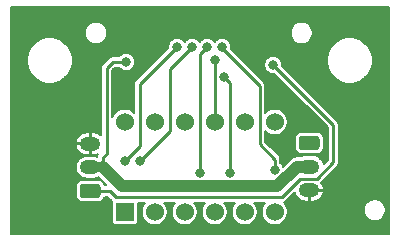
<source format=gtl>
G04 #@! TF.GenerationSoftware,KiCad,Pcbnew,(5.1.6)-1*
G04 #@! TF.CreationDate,2021-03-27T23:13:27-04:00*
G04 #@! TF.ProjectId,tm3130-2481bs,746d3331-3330-42d3-9234-383162732e6b,rev?*
G04 #@! TF.SameCoordinates,Original*
G04 #@! TF.FileFunction,Copper,L1,Top*
G04 #@! TF.FilePolarity,Positive*
%FSLAX46Y46*%
G04 Gerber Fmt 4.6, Leading zero omitted, Abs format (unit mm)*
G04 Created by KiCad (PCBNEW (5.1.6)-1) date 2021-03-27 23:13:27*
%MOMM*%
%LPD*%
G01*
G04 APERTURE LIST*
G04 #@! TA.AperFunction,ComponentPad*
%ADD10R,1.524000X1.524000*%
G04 #@! TD*
G04 #@! TA.AperFunction,ComponentPad*
%ADD11C,1.524000*%
G04 #@! TD*
G04 #@! TA.AperFunction,ComponentPad*
%ADD12O,1.750000X1.200000*%
G04 #@! TD*
G04 #@! TA.AperFunction,ViaPad*
%ADD13C,0.800000*%
G04 #@! TD*
G04 #@! TA.AperFunction,Conductor*
%ADD14C,0.250000*%
G04 #@! TD*
G04 #@! TA.AperFunction,Conductor*
%ADD15C,1.000000*%
G04 #@! TD*
G04 #@! TA.AperFunction,Conductor*
%ADD16C,0.203200*%
G04 #@! TD*
G04 APERTURE END LIST*
D10*
X129032000Y-57150000D03*
D11*
X131572000Y-57150000D03*
X134112000Y-57150000D03*
X136652000Y-57150000D03*
X139192000Y-57150000D03*
X141732000Y-57150000D03*
X141732000Y-49530000D03*
X139192000Y-49530000D03*
X136652000Y-49530000D03*
X134112000Y-49530000D03*
X131572000Y-49530000D03*
X129032000Y-49530000D03*
G04 #@! TA.AperFunction,ComponentPad*
G36*
G01*
X126736001Y-55972000D02*
X125485999Y-55972000D01*
G75*
G02*
X125236000Y-55722001I0J249999D01*
G01*
X125236000Y-55021999D01*
G75*
G02*
X125485999Y-54772000I249999J0D01*
G01*
X126736001Y-54772000D01*
G75*
G02*
X126986000Y-55021999I0J-249999D01*
G01*
X126986000Y-55722001D01*
G75*
G02*
X126736001Y-55972000I-249999J0D01*
G01*
G37*
G04 #@! TD.AperFunction*
D12*
X126111000Y-53372000D03*
X126111000Y-51372000D03*
X144653000Y-55308000D03*
X144653000Y-53308000D03*
G04 #@! TA.AperFunction,ComponentPad*
G36*
G01*
X144027999Y-50708000D02*
X145278001Y-50708000D01*
G75*
G02*
X145528000Y-50957999I0J-249999D01*
G01*
X145528000Y-51658001D01*
G75*
G02*
X145278001Y-51908000I-249999J0D01*
G01*
X144027999Y-51908000D01*
G75*
G02*
X143778000Y-51658001I0J249999D01*
G01*
X143778000Y-50957999D01*
G75*
G02*
X144027999Y-50708000I249999J0D01*
G01*
G37*
G04 #@! TD.AperFunction*
D13*
X129159000Y-44450000D03*
X136652000Y-44323000D03*
X141605000Y-44704000D03*
X130302000Y-52832000D03*
X134747000Y-43180000D03*
X137287000Y-43180000D03*
X141736653Y-53589347D03*
X129032000Y-52832000D03*
X133477000Y-43180000D03*
X137414000Y-45720000D03*
X137922000Y-53890990D03*
X136017000Y-43180000D03*
X135382000Y-53890990D03*
D14*
X126111000Y-53372000D02*
X127159000Y-53372000D01*
X127159000Y-52546000D02*
X127159000Y-53372000D01*
X127508000Y-52197000D02*
X127159000Y-52546000D01*
X127508000Y-44958000D02*
X127508000Y-52197000D01*
X128016000Y-44450000D02*
X127508000Y-44958000D01*
X129159000Y-44450000D02*
X128016000Y-44450000D01*
D15*
X128778000Y-54991000D02*
X127159000Y-53372000D01*
X141963002Y-54991000D02*
X128778000Y-54991000D01*
X143646002Y-53308000D02*
X141963002Y-54991000D01*
X144653000Y-53308000D02*
X143646002Y-53308000D01*
D14*
X136652000Y-49530000D02*
X136652000Y-44323000D01*
X126111000Y-55372000D02*
X127762000Y-55372000D01*
X127762000Y-55372000D02*
X128270000Y-55880000D01*
X128270000Y-55880000D02*
X138049000Y-55880000D01*
X138049000Y-55880000D02*
X141859000Y-55880000D01*
X141859000Y-55880000D02*
X142367000Y-55880000D01*
X142367000Y-55880000D02*
X143891000Y-54356000D01*
X143891000Y-54356000D02*
X145288000Y-54356000D01*
X145288000Y-54356000D02*
X146685000Y-52959000D01*
X146685000Y-49784000D02*
X141605000Y-44704000D01*
X146685000Y-52959000D02*
X146685000Y-49784000D01*
X130302000Y-52832000D02*
X132842000Y-50292000D01*
X132842000Y-50292000D02*
X132842000Y-49022000D01*
X132842000Y-45085000D02*
X134747000Y-43180000D01*
X132842000Y-49022000D02*
X132842000Y-45085000D01*
X137287000Y-43180000D02*
X137287000Y-43307000D01*
X137287000Y-43307000D02*
X140279001Y-46299001D01*
X140279001Y-46299001D02*
X140462000Y-46482000D01*
X140462000Y-46482000D02*
X140462000Y-51435000D01*
X141736653Y-52709653D02*
X141736653Y-53589347D01*
X140462000Y-51435000D02*
X141736653Y-52709653D01*
X129032000Y-52832000D02*
X130302000Y-51562000D01*
X130302000Y-46355000D02*
X133477000Y-43180000D01*
X130302000Y-51562000D02*
X130302000Y-46355000D01*
X137414000Y-45720000D02*
X137922000Y-46228000D01*
X137922000Y-46228000D02*
X137922000Y-53890990D01*
X135382000Y-50927000D02*
X135382000Y-53890990D01*
X135382000Y-43815000D02*
X135382000Y-50927000D01*
X136017000Y-43180000D02*
X135382000Y-43815000D01*
D16*
G36*
X151384420Y-59019400D02*
G01*
X119379600Y-59019400D01*
X119379600Y-53372000D01*
X124875777Y-53372000D01*
X124894227Y-53559330D01*
X124948870Y-53739461D01*
X125037604Y-53905471D01*
X125157020Y-54050980D01*
X125302529Y-54170396D01*
X125468539Y-54259130D01*
X125648670Y-54313773D01*
X125789061Y-54327600D01*
X126432939Y-54327600D01*
X126573330Y-54313773D01*
X126753461Y-54259130D01*
X126807334Y-54230334D01*
X127468399Y-54891400D01*
X127327975Y-54891400D01*
X127297091Y-54789588D01*
X127240968Y-54684591D01*
X127165440Y-54592560D01*
X127073409Y-54517032D01*
X126968412Y-54460909D01*
X126854483Y-54426349D01*
X126736001Y-54414680D01*
X125485999Y-54414680D01*
X125367517Y-54426349D01*
X125253588Y-54460909D01*
X125148591Y-54517032D01*
X125056560Y-54592560D01*
X124981032Y-54684591D01*
X124924909Y-54789588D01*
X124890349Y-54903517D01*
X124878680Y-55021999D01*
X124878680Y-55722001D01*
X124890349Y-55840483D01*
X124924909Y-55954412D01*
X124981032Y-56059409D01*
X125056560Y-56151440D01*
X125148591Y-56226968D01*
X125253588Y-56283091D01*
X125367517Y-56317651D01*
X125485999Y-56329320D01*
X126736001Y-56329320D01*
X126854483Y-56317651D01*
X126968412Y-56283091D01*
X127073409Y-56226968D01*
X127165440Y-56151440D01*
X127240968Y-56059409D01*
X127297091Y-55954412D01*
X127327975Y-55852600D01*
X127562930Y-55852600D01*
X127913469Y-56203140D01*
X127928520Y-56221480D01*
X127947480Y-56237040D01*
X127939879Y-56251260D01*
X127919546Y-56318290D01*
X127912680Y-56388000D01*
X127912680Y-57912000D01*
X127919546Y-57981710D01*
X127939879Y-58048740D01*
X127972899Y-58110516D01*
X128017337Y-58164663D01*
X128071484Y-58209101D01*
X128133260Y-58242121D01*
X128200290Y-58262454D01*
X128270000Y-58269320D01*
X129794000Y-58269320D01*
X129863710Y-58262454D01*
X129930740Y-58242121D01*
X129992516Y-58209101D01*
X130046663Y-58164663D01*
X130091101Y-58110516D01*
X130124121Y-58048740D01*
X130144454Y-57981710D01*
X130151320Y-57912000D01*
X130151320Y-56388000D01*
X130148621Y-56360600D01*
X130780874Y-56360600D01*
X130703903Y-56437571D01*
X130581595Y-56620618D01*
X130497348Y-56824008D01*
X130454400Y-57039926D01*
X130454400Y-57260074D01*
X130497348Y-57475992D01*
X130581595Y-57679382D01*
X130703903Y-57862429D01*
X130859571Y-58018097D01*
X131042618Y-58140405D01*
X131246008Y-58224652D01*
X131461926Y-58267600D01*
X131682074Y-58267600D01*
X131897992Y-58224652D01*
X132101382Y-58140405D01*
X132284429Y-58018097D01*
X132440097Y-57862429D01*
X132562405Y-57679382D01*
X132646652Y-57475992D01*
X132689600Y-57260074D01*
X132689600Y-57039926D01*
X132646652Y-56824008D01*
X132562405Y-56620618D01*
X132440097Y-56437571D01*
X132363126Y-56360600D01*
X133320874Y-56360600D01*
X133243903Y-56437571D01*
X133121595Y-56620618D01*
X133037348Y-56824008D01*
X132994400Y-57039926D01*
X132994400Y-57260074D01*
X133037348Y-57475992D01*
X133121595Y-57679382D01*
X133243903Y-57862429D01*
X133399571Y-58018097D01*
X133582618Y-58140405D01*
X133786008Y-58224652D01*
X134001926Y-58267600D01*
X134222074Y-58267600D01*
X134437992Y-58224652D01*
X134641382Y-58140405D01*
X134824429Y-58018097D01*
X134980097Y-57862429D01*
X135102405Y-57679382D01*
X135186652Y-57475992D01*
X135229600Y-57260074D01*
X135229600Y-57039926D01*
X135186652Y-56824008D01*
X135102405Y-56620618D01*
X134980097Y-56437571D01*
X134903126Y-56360600D01*
X135860874Y-56360600D01*
X135783903Y-56437571D01*
X135661595Y-56620618D01*
X135577348Y-56824008D01*
X135534400Y-57039926D01*
X135534400Y-57260074D01*
X135577348Y-57475992D01*
X135661595Y-57679382D01*
X135783903Y-57862429D01*
X135939571Y-58018097D01*
X136122618Y-58140405D01*
X136326008Y-58224652D01*
X136541926Y-58267600D01*
X136762074Y-58267600D01*
X136977992Y-58224652D01*
X137181382Y-58140405D01*
X137364429Y-58018097D01*
X137520097Y-57862429D01*
X137642405Y-57679382D01*
X137726652Y-57475992D01*
X137769600Y-57260074D01*
X137769600Y-57039926D01*
X137726652Y-56824008D01*
X137642405Y-56620618D01*
X137520097Y-56437571D01*
X137443126Y-56360600D01*
X138400874Y-56360600D01*
X138323903Y-56437571D01*
X138201595Y-56620618D01*
X138117348Y-56824008D01*
X138074400Y-57039926D01*
X138074400Y-57260074D01*
X138117348Y-57475992D01*
X138201595Y-57679382D01*
X138323903Y-57862429D01*
X138479571Y-58018097D01*
X138662618Y-58140405D01*
X138866008Y-58224652D01*
X139081926Y-58267600D01*
X139302074Y-58267600D01*
X139517992Y-58224652D01*
X139721382Y-58140405D01*
X139904429Y-58018097D01*
X140060097Y-57862429D01*
X140182405Y-57679382D01*
X140266652Y-57475992D01*
X140309600Y-57260074D01*
X140309600Y-57039926D01*
X140266652Y-56824008D01*
X140182405Y-56620618D01*
X140060097Y-56437571D01*
X139983126Y-56360600D01*
X140940874Y-56360600D01*
X140863903Y-56437571D01*
X140741595Y-56620618D01*
X140657348Y-56824008D01*
X140614400Y-57039926D01*
X140614400Y-57260074D01*
X140657348Y-57475992D01*
X140741595Y-57679382D01*
X140863903Y-57862429D01*
X141019571Y-58018097D01*
X141202618Y-58140405D01*
X141406008Y-58224652D01*
X141621926Y-58267600D01*
X141842074Y-58267600D01*
X142057992Y-58224652D01*
X142261382Y-58140405D01*
X142444429Y-58018097D01*
X142600097Y-57862429D01*
X142722405Y-57679382D01*
X142806652Y-57475992D01*
X142849600Y-57260074D01*
X142849600Y-57039926D01*
X142823408Y-56908245D01*
X149268400Y-56908245D01*
X149268400Y-57091755D01*
X149304200Y-57271738D01*
X149374426Y-57441278D01*
X149476379Y-57593861D01*
X149606139Y-57723621D01*
X149758722Y-57825574D01*
X149928262Y-57895800D01*
X150108245Y-57931600D01*
X150291755Y-57931600D01*
X150471738Y-57895800D01*
X150641278Y-57825574D01*
X150793861Y-57723621D01*
X150923621Y-57593861D01*
X151025574Y-57441278D01*
X151095800Y-57271738D01*
X151131600Y-57091755D01*
X151131600Y-56908245D01*
X151095800Y-56728262D01*
X151025574Y-56558722D01*
X150923621Y-56406139D01*
X150793861Y-56276379D01*
X150641278Y-56174426D01*
X150471738Y-56104200D01*
X150291755Y-56068400D01*
X150108245Y-56068400D01*
X149928262Y-56104200D01*
X149758722Y-56174426D01*
X149606139Y-56276379D01*
X149476379Y-56406139D01*
X149374426Y-56558722D01*
X149304200Y-56728262D01*
X149268400Y-56908245D01*
X142823408Y-56908245D01*
X142806652Y-56824008D01*
X142722405Y-56620618D01*
X142600097Y-56437571D01*
X142503381Y-56340855D01*
X142551807Y-56326165D01*
X142635299Y-56281537D01*
X142708480Y-56221480D01*
X142723535Y-56203135D01*
X143439713Y-55486957D01*
X143485420Y-55650226D01*
X143569336Y-55817784D01*
X143684328Y-55965751D01*
X143825978Y-56088441D01*
X143988841Y-56181139D01*
X144166660Y-56240283D01*
X144352600Y-56263600D01*
X144627600Y-56263600D01*
X144627600Y-55333400D01*
X144678400Y-55333400D01*
X144678400Y-56263600D01*
X144953400Y-56263600D01*
X145139340Y-56240283D01*
X145317159Y-56181139D01*
X145480022Y-56088441D01*
X145621672Y-55965751D01*
X145736664Y-55817784D01*
X145820580Y-55650226D01*
X145867528Y-55482523D01*
X145794328Y-55333400D01*
X144678400Y-55333400D01*
X144627600Y-55333400D01*
X144607600Y-55333400D01*
X144607600Y-55282600D01*
X144627600Y-55282600D01*
X144627600Y-55262600D01*
X144678400Y-55262600D01*
X144678400Y-55282600D01*
X145794328Y-55282600D01*
X145867528Y-55133477D01*
X145820580Y-54965774D01*
X145736664Y-54798216D01*
X145644322Y-54679394D01*
X145644535Y-54679135D01*
X147008140Y-53315531D01*
X147026480Y-53300480D01*
X147081418Y-53233537D01*
X147086537Y-53227300D01*
X147131164Y-53143809D01*
X147131165Y-53143806D01*
X147158646Y-53053214D01*
X147165600Y-52982607D01*
X147165600Y-52982605D01*
X147167925Y-52959001D01*
X147165600Y-52935397D01*
X147165600Y-49807604D01*
X147167925Y-49784000D01*
X147161110Y-49714807D01*
X147158646Y-49689786D01*
X147131165Y-49599193D01*
X147086537Y-49515701D01*
X147026480Y-49442520D01*
X147008140Y-49427469D01*
X142360349Y-44779679D01*
X142360600Y-44778420D01*
X142360600Y-44629580D01*
X142331563Y-44483600D01*
X142274604Y-44346089D01*
X142191913Y-44222333D01*
X142099970Y-44130390D01*
X146126400Y-44130390D01*
X146126400Y-44515610D01*
X146201553Y-44893427D01*
X146348970Y-45249324D01*
X146562987Y-45569622D01*
X146835378Y-45842013D01*
X147155676Y-46056030D01*
X147511573Y-46203447D01*
X147889390Y-46278600D01*
X148274610Y-46278600D01*
X148652427Y-46203447D01*
X149008324Y-46056030D01*
X149328622Y-45842013D01*
X149601013Y-45569622D01*
X149815030Y-45249324D01*
X149962447Y-44893427D01*
X150037600Y-44515610D01*
X150037600Y-44130390D01*
X149962447Y-43752573D01*
X149815030Y-43396676D01*
X149601013Y-43076378D01*
X149328622Y-42803987D01*
X149008324Y-42589970D01*
X148652427Y-42442553D01*
X148274610Y-42367400D01*
X147889390Y-42367400D01*
X147511573Y-42442553D01*
X147155676Y-42589970D01*
X146835378Y-42803987D01*
X146562987Y-43076378D01*
X146348970Y-43396676D01*
X146201553Y-43752573D01*
X146126400Y-44130390D01*
X142099970Y-44130390D01*
X142086667Y-44117087D01*
X141962911Y-44034396D01*
X141825400Y-43977437D01*
X141679420Y-43948400D01*
X141530580Y-43948400D01*
X141384600Y-43977437D01*
X141247089Y-44034396D01*
X141123333Y-44117087D01*
X141018087Y-44222333D01*
X140935396Y-44346089D01*
X140878437Y-44483600D01*
X140849400Y-44629580D01*
X140849400Y-44778420D01*
X140878437Y-44924400D01*
X140935396Y-45061911D01*
X141018087Y-45185667D01*
X141123333Y-45290913D01*
X141247089Y-45373604D01*
X141384600Y-45430563D01*
X141530580Y-45459600D01*
X141679420Y-45459600D01*
X141680679Y-45459349D01*
X146204401Y-49983072D01*
X146204400Y-52759929D01*
X145863695Y-53100634D01*
X145815130Y-52940539D01*
X145726396Y-52774529D01*
X145606980Y-52629020D01*
X145461471Y-52509604D01*
X145295461Y-52420870D01*
X145115330Y-52366227D01*
X144974939Y-52352400D01*
X144331061Y-52352400D01*
X144190670Y-52366227D01*
X144010539Y-52420870D01*
X143951550Y-52452400D01*
X143688014Y-52452400D01*
X143646001Y-52448262D01*
X143603988Y-52452400D01*
X143603979Y-52452400D01*
X143478275Y-52464781D01*
X143316994Y-52513705D01*
X143168357Y-52593153D01*
X143168355Y-52593154D01*
X143168356Y-52593154D01*
X143070715Y-52673285D01*
X143070710Y-52673290D01*
X143038075Y-52700073D01*
X143011292Y-52732708D01*
X142437394Y-53306607D01*
X142406257Y-53231436D01*
X142323566Y-53107680D01*
X142218320Y-53002434D01*
X142217253Y-53001721D01*
X142217253Y-52733257D01*
X142219578Y-52709653D01*
X142213426Y-52647192D01*
X142210299Y-52615439D01*
X142182818Y-52524846D01*
X142138190Y-52441354D01*
X142078133Y-52368173D01*
X142059793Y-52353122D01*
X140942600Y-51235930D01*
X140942600Y-50957999D01*
X143420680Y-50957999D01*
X143420680Y-51658001D01*
X143432349Y-51776483D01*
X143466909Y-51890412D01*
X143523032Y-51995409D01*
X143598560Y-52087440D01*
X143690591Y-52162968D01*
X143795588Y-52219091D01*
X143909517Y-52253651D01*
X144027999Y-52265320D01*
X145278001Y-52265320D01*
X145396483Y-52253651D01*
X145510412Y-52219091D01*
X145615409Y-52162968D01*
X145707440Y-52087440D01*
X145782968Y-51995409D01*
X145839091Y-51890412D01*
X145873651Y-51776483D01*
X145885320Y-51658001D01*
X145885320Y-50957999D01*
X145873651Y-50839517D01*
X145839091Y-50725588D01*
X145782968Y-50620591D01*
X145707440Y-50528560D01*
X145615409Y-50453032D01*
X145510412Y-50396909D01*
X145396483Y-50362349D01*
X145278001Y-50350680D01*
X144027999Y-50350680D01*
X143909517Y-50362349D01*
X143795588Y-50396909D01*
X143690591Y-50453032D01*
X143598560Y-50528560D01*
X143523032Y-50620591D01*
X143466909Y-50725588D01*
X143432349Y-50839517D01*
X143420680Y-50957999D01*
X140942600Y-50957999D01*
X140942600Y-50321126D01*
X141019571Y-50398097D01*
X141202618Y-50520405D01*
X141406008Y-50604652D01*
X141621926Y-50647600D01*
X141842074Y-50647600D01*
X142057992Y-50604652D01*
X142261382Y-50520405D01*
X142444429Y-50398097D01*
X142600097Y-50242429D01*
X142722405Y-50059382D01*
X142806652Y-49855992D01*
X142849600Y-49640074D01*
X142849600Y-49419926D01*
X142806652Y-49204008D01*
X142722405Y-49000618D01*
X142600097Y-48817571D01*
X142444429Y-48661903D01*
X142261382Y-48539595D01*
X142057992Y-48455348D01*
X141842074Y-48412400D01*
X141621926Y-48412400D01*
X141406008Y-48455348D01*
X141202618Y-48539595D01*
X141019571Y-48661903D01*
X140942600Y-48738874D01*
X140942600Y-46505604D01*
X140944925Y-46482000D01*
X140941696Y-46449213D01*
X140935646Y-46387786D01*
X140908165Y-46297193D01*
X140863537Y-46213701D01*
X140803480Y-46140520D01*
X140785135Y-46125465D01*
X140635533Y-45975863D01*
X140635528Y-45975857D01*
X138021279Y-43361609D01*
X138042600Y-43254420D01*
X138042600Y-43105580D01*
X138013563Y-42959600D01*
X137956604Y-42822089D01*
X137873913Y-42698333D01*
X137768667Y-42593087D01*
X137644911Y-42510396D01*
X137507400Y-42453437D01*
X137361420Y-42424400D01*
X137212580Y-42424400D01*
X137066600Y-42453437D01*
X136929089Y-42510396D01*
X136805333Y-42593087D01*
X136700087Y-42698333D01*
X136652000Y-42770300D01*
X136603913Y-42698333D01*
X136498667Y-42593087D01*
X136374911Y-42510396D01*
X136237400Y-42453437D01*
X136091420Y-42424400D01*
X135942580Y-42424400D01*
X135796600Y-42453437D01*
X135659089Y-42510396D01*
X135535333Y-42593087D01*
X135430087Y-42698333D01*
X135382000Y-42770300D01*
X135333913Y-42698333D01*
X135228667Y-42593087D01*
X135104911Y-42510396D01*
X134967400Y-42453437D01*
X134821420Y-42424400D01*
X134672580Y-42424400D01*
X134526600Y-42453437D01*
X134389089Y-42510396D01*
X134265333Y-42593087D01*
X134160087Y-42698333D01*
X134112000Y-42770300D01*
X134063913Y-42698333D01*
X133958667Y-42593087D01*
X133834911Y-42510396D01*
X133697400Y-42453437D01*
X133551420Y-42424400D01*
X133402580Y-42424400D01*
X133256600Y-42453437D01*
X133119089Y-42510396D01*
X132995333Y-42593087D01*
X132890087Y-42698333D01*
X132807396Y-42822089D01*
X132750437Y-42959600D01*
X132721400Y-43105580D01*
X132721400Y-43254420D01*
X132721650Y-43255679D01*
X129978861Y-45998469D01*
X129960521Y-46013520D01*
X129936169Y-46043194D01*
X129900463Y-46086702D01*
X129855836Y-46170192D01*
X129828355Y-46260787D01*
X129819075Y-46355000D01*
X129821401Y-46378614D01*
X129821401Y-48738875D01*
X129744429Y-48661903D01*
X129561382Y-48539595D01*
X129357992Y-48455348D01*
X129142074Y-48412400D01*
X128921926Y-48412400D01*
X128706008Y-48455348D01*
X128502618Y-48539595D01*
X128319571Y-48661903D01*
X128163903Y-48817571D01*
X128041595Y-49000618D01*
X127988600Y-49128559D01*
X127988600Y-45157070D01*
X128215071Y-44930600D01*
X128571374Y-44930600D01*
X128572087Y-44931667D01*
X128677333Y-45036913D01*
X128801089Y-45119604D01*
X128938600Y-45176563D01*
X129084580Y-45205600D01*
X129233420Y-45205600D01*
X129379400Y-45176563D01*
X129516911Y-45119604D01*
X129640667Y-45036913D01*
X129745913Y-44931667D01*
X129828604Y-44807911D01*
X129885563Y-44670400D01*
X129914600Y-44524420D01*
X129914600Y-44375580D01*
X129885563Y-44229600D01*
X129828604Y-44092089D01*
X129745913Y-43968333D01*
X129640667Y-43863087D01*
X129516911Y-43780396D01*
X129379400Y-43723437D01*
X129233420Y-43694400D01*
X129084580Y-43694400D01*
X128938600Y-43723437D01*
X128801089Y-43780396D01*
X128677333Y-43863087D01*
X128572087Y-43968333D01*
X128571374Y-43969400D01*
X128039603Y-43969400D01*
X128015999Y-43967075D01*
X127992395Y-43969400D01*
X127992393Y-43969400D01*
X127921786Y-43976354D01*
X127831193Y-44003835D01*
X127831191Y-44003836D01*
X127747700Y-44048463D01*
X127717947Y-44072881D01*
X127674520Y-44108520D01*
X127659469Y-44126860D01*
X127184865Y-44601465D01*
X127166520Y-44616520D01*
X127106463Y-44689701D01*
X127061835Y-44773194D01*
X127034354Y-44863787D01*
X127027774Y-44930600D01*
X127025075Y-44958000D01*
X127027400Y-44981604D01*
X127027401Y-50668974D01*
X126938022Y-50591559D01*
X126775159Y-50498861D01*
X126597340Y-50439717D01*
X126411400Y-50416400D01*
X126136400Y-50416400D01*
X126136400Y-51346600D01*
X126156400Y-51346600D01*
X126156400Y-51397400D01*
X126136400Y-51397400D01*
X126136400Y-52327600D01*
X126411400Y-52327600D01*
X126597340Y-52304283D01*
X126775159Y-52245139D01*
X126792097Y-52235498D01*
X126757463Y-52277701D01*
X126712835Y-52361194D01*
X126685354Y-52451787D01*
X126684166Y-52463849D01*
X126573330Y-52430227D01*
X126432939Y-52416400D01*
X125789061Y-52416400D01*
X125648670Y-52430227D01*
X125468539Y-52484870D01*
X125302529Y-52573604D01*
X125157020Y-52693020D01*
X125037604Y-52838529D01*
X124948870Y-53004539D01*
X124894227Y-53184670D01*
X124875777Y-53372000D01*
X119379600Y-53372000D01*
X119379600Y-51546523D01*
X124896472Y-51546523D01*
X124943420Y-51714226D01*
X125027336Y-51881784D01*
X125142328Y-52029751D01*
X125283978Y-52152441D01*
X125446841Y-52245139D01*
X125624660Y-52304283D01*
X125810600Y-52327600D01*
X126085600Y-52327600D01*
X126085600Y-51397400D01*
X124969672Y-51397400D01*
X124896472Y-51546523D01*
X119379600Y-51546523D01*
X119379600Y-51197477D01*
X124896472Y-51197477D01*
X124969672Y-51346600D01*
X126085600Y-51346600D01*
X126085600Y-50416400D01*
X125810600Y-50416400D01*
X125624660Y-50439717D01*
X125446841Y-50498861D01*
X125283978Y-50591559D01*
X125142328Y-50714249D01*
X125027336Y-50862216D01*
X124943420Y-51029774D01*
X124896472Y-51197477D01*
X119379600Y-51197477D01*
X119379600Y-44130390D01*
X120726400Y-44130390D01*
X120726400Y-44515610D01*
X120801553Y-44893427D01*
X120948970Y-45249324D01*
X121162987Y-45569622D01*
X121435378Y-45842013D01*
X121755676Y-46056030D01*
X122111573Y-46203447D01*
X122489390Y-46278600D01*
X122874610Y-46278600D01*
X123252427Y-46203447D01*
X123608324Y-46056030D01*
X123928622Y-45842013D01*
X124201013Y-45569622D01*
X124415030Y-45249324D01*
X124562447Y-44893427D01*
X124637600Y-44515610D01*
X124637600Y-44130390D01*
X124562447Y-43752573D01*
X124415030Y-43396676D01*
X124201013Y-43076378D01*
X123928622Y-42803987D01*
X123608324Y-42589970D01*
X123252427Y-42442553D01*
X122874610Y-42367400D01*
X122489390Y-42367400D01*
X122111573Y-42442553D01*
X121755676Y-42589970D01*
X121435378Y-42803987D01*
X121162987Y-43076378D01*
X120948970Y-43396676D01*
X120801553Y-43752573D01*
X120726400Y-44130390D01*
X119379600Y-44130390D01*
X119379600Y-41908245D01*
X125668400Y-41908245D01*
X125668400Y-42091755D01*
X125704200Y-42271738D01*
X125774426Y-42441278D01*
X125876379Y-42593861D01*
X126006139Y-42723621D01*
X126158722Y-42825574D01*
X126328262Y-42895800D01*
X126508245Y-42931600D01*
X126691755Y-42931600D01*
X126871738Y-42895800D01*
X127041278Y-42825574D01*
X127193861Y-42723621D01*
X127323621Y-42593861D01*
X127425574Y-42441278D01*
X127495800Y-42271738D01*
X127531600Y-42091755D01*
X127531600Y-41908245D01*
X143068400Y-41908245D01*
X143068400Y-42091755D01*
X143104200Y-42271738D01*
X143174426Y-42441278D01*
X143276379Y-42593861D01*
X143406139Y-42723621D01*
X143558722Y-42825574D01*
X143728262Y-42895800D01*
X143908245Y-42931600D01*
X144091755Y-42931600D01*
X144271738Y-42895800D01*
X144441278Y-42825574D01*
X144593861Y-42723621D01*
X144723621Y-42593861D01*
X144825574Y-42441278D01*
X144895800Y-42271738D01*
X144931600Y-42091755D01*
X144931600Y-41908245D01*
X144895800Y-41728262D01*
X144825574Y-41558722D01*
X144723621Y-41406139D01*
X144593861Y-41276379D01*
X144441278Y-41174426D01*
X144271738Y-41104200D01*
X144091755Y-41068400D01*
X143908245Y-41068400D01*
X143728262Y-41104200D01*
X143558722Y-41174426D01*
X143406139Y-41276379D01*
X143276379Y-41406139D01*
X143174426Y-41558722D01*
X143104200Y-41728262D01*
X143068400Y-41908245D01*
X127531600Y-41908245D01*
X127495800Y-41728262D01*
X127425574Y-41558722D01*
X127323621Y-41406139D01*
X127193861Y-41276379D01*
X127041278Y-41174426D01*
X126871738Y-41104200D01*
X126691755Y-41068400D01*
X126508245Y-41068400D01*
X126328262Y-41104200D01*
X126158722Y-41174426D01*
X126006139Y-41276379D01*
X125876379Y-41406139D01*
X125774426Y-41558722D01*
X125704200Y-41728262D01*
X125668400Y-41908245D01*
X119379600Y-41908245D01*
X119379600Y-39780600D01*
X151385381Y-39780600D01*
X151384420Y-59019400D01*
G37*
X151384420Y-59019400D02*
X119379600Y-59019400D01*
X119379600Y-53372000D01*
X124875777Y-53372000D01*
X124894227Y-53559330D01*
X124948870Y-53739461D01*
X125037604Y-53905471D01*
X125157020Y-54050980D01*
X125302529Y-54170396D01*
X125468539Y-54259130D01*
X125648670Y-54313773D01*
X125789061Y-54327600D01*
X126432939Y-54327600D01*
X126573330Y-54313773D01*
X126753461Y-54259130D01*
X126807334Y-54230334D01*
X127468399Y-54891400D01*
X127327975Y-54891400D01*
X127297091Y-54789588D01*
X127240968Y-54684591D01*
X127165440Y-54592560D01*
X127073409Y-54517032D01*
X126968412Y-54460909D01*
X126854483Y-54426349D01*
X126736001Y-54414680D01*
X125485999Y-54414680D01*
X125367517Y-54426349D01*
X125253588Y-54460909D01*
X125148591Y-54517032D01*
X125056560Y-54592560D01*
X124981032Y-54684591D01*
X124924909Y-54789588D01*
X124890349Y-54903517D01*
X124878680Y-55021999D01*
X124878680Y-55722001D01*
X124890349Y-55840483D01*
X124924909Y-55954412D01*
X124981032Y-56059409D01*
X125056560Y-56151440D01*
X125148591Y-56226968D01*
X125253588Y-56283091D01*
X125367517Y-56317651D01*
X125485999Y-56329320D01*
X126736001Y-56329320D01*
X126854483Y-56317651D01*
X126968412Y-56283091D01*
X127073409Y-56226968D01*
X127165440Y-56151440D01*
X127240968Y-56059409D01*
X127297091Y-55954412D01*
X127327975Y-55852600D01*
X127562930Y-55852600D01*
X127913469Y-56203140D01*
X127928520Y-56221480D01*
X127947480Y-56237040D01*
X127939879Y-56251260D01*
X127919546Y-56318290D01*
X127912680Y-56388000D01*
X127912680Y-57912000D01*
X127919546Y-57981710D01*
X127939879Y-58048740D01*
X127972899Y-58110516D01*
X128017337Y-58164663D01*
X128071484Y-58209101D01*
X128133260Y-58242121D01*
X128200290Y-58262454D01*
X128270000Y-58269320D01*
X129794000Y-58269320D01*
X129863710Y-58262454D01*
X129930740Y-58242121D01*
X129992516Y-58209101D01*
X130046663Y-58164663D01*
X130091101Y-58110516D01*
X130124121Y-58048740D01*
X130144454Y-57981710D01*
X130151320Y-57912000D01*
X130151320Y-56388000D01*
X130148621Y-56360600D01*
X130780874Y-56360600D01*
X130703903Y-56437571D01*
X130581595Y-56620618D01*
X130497348Y-56824008D01*
X130454400Y-57039926D01*
X130454400Y-57260074D01*
X130497348Y-57475992D01*
X130581595Y-57679382D01*
X130703903Y-57862429D01*
X130859571Y-58018097D01*
X131042618Y-58140405D01*
X131246008Y-58224652D01*
X131461926Y-58267600D01*
X131682074Y-58267600D01*
X131897992Y-58224652D01*
X132101382Y-58140405D01*
X132284429Y-58018097D01*
X132440097Y-57862429D01*
X132562405Y-57679382D01*
X132646652Y-57475992D01*
X132689600Y-57260074D01*
X132689600Y-57039926D01*
X132646652Y-56824008D01*
X132562405Y-56620618D01*
X132440097Y-56437571D01*
X132363126Y-56360600D01*
X133320874Y-56360600D01*
X133243903Y-56437571D01*
X133121595Y-56620618D01*
X133037348Y-56824008D01*
X132994400Y-57039926D01*
X132994400Y-57260074D01*
X133037348Y-57475992D01*
X133121595Y-57679382D01*
X133243903Y-57862429D01*
X133399571Y-58018097D01*
X133582618Y-58140405D01*
X133786008Y-58224652D01*
X134001926Y-58267600D01*
X134222074Y-58267600D01*
X134437992Y-58224652D01*
X134641382Y-58140405D01*
X134824429Y-58018097D01*
X134980097Y-57862429D01*
X135102405Y-57679382D01*
X135186652Y-57475992D01*
X135229600Y-57260074D01*
X135229600Y-57039926D01*
X135186652Y-56824008D01*
X135102405Y-56620618D01*
X134980097Y-56437571D01*
X134903126Y-56360600D01*
X135860874Y-56360600D01*
X135783903Y-56437571D01*
X135661595Y-56620618D01*
X135577348Y-56824008D01*
X135534400Y-57039926D01*
X135534400Y-57260074D01*
X135577348Y-57475992D01*
X135661595Y-57679382D01*
X135783903Y-57862429D01*
X135939571Y-58018097D01*
X136122618Y-58140405D01*
X136326008Y-58224652D01*
X136541926Y-58267600D01*
X136762074Y-58267600D01*
X136977992Y-58224652D01*
X137181382Y-58140405D01*
X137364429Y-58018097D01*
X137520097Y-57862429D01*
X137642405Y-57679382D01*
X137726652Y-57475992D01*
X137769600Y-57260074D01*
X137769600Y-57039926D01*
X137726652Y-56824008D01*
X137642405Y-56620618D01*
X137520097Y-56437571D01*
X137443126Y-56360600D01*
X138400874Y-56360600D01*
X138323903Y-56437571D01*
X138201595Y-56620618D01*
X138117348Y-56824008D01*
X138074400Y-57039926D01*
X138074400Y-57260074D01*
X138117348Y-57475992D01*
X138201595Y-57679382D01*
X138323903Y-57862429D01*
X138479571Y-58018097D01*
X138662618Y-58140405D01*
X138866008Y-58224652D01*
X139081926Y-58267600D01*
X139302074Y-58267600D01*
X139517992Y-58224652D01*
X139721382Y-58140405D01*
X139904429Y-58018097D01*
X140060097Y-57862429D01*
X140182405Y-57679382D01*
X140266652Y-57475992D01*
X140309600Y-57260074D01*
X140309600Y-57039926D01*
X140266652Y-56824008D01*
X140182405Y-56620618D01*
X140060097Y-56437571D01*
X139983126Y-56360600D01*
X140940874Y-56360600D01*
X140863903Y-56437571D01*
X140741595Y-56620618D01*
X140657348Y-56824008D01*
X140614400Y-57039926D01*
X140614400Y-57260074D01*
X140657348Y-57475992D01*
X140741595Y-57679382D01*
X140863903Y-57862429D01*
X141019571Y-58018097D01*
X141202618Y-58140405D01*
X141406008Y-58224652D01*
X141621926Y-58267600D01*
X141842074Y-58267600D01*
X142057992Y-58224652D01*
X142261382Y-58140405D01*
X142444429Y-58018097D01*
X142600097Y-57862429D01*
X142722405Y-57679382D01*
X142806652Y-57475992D01*
X142849600Y-57260074D01*
X142849600Y-57039926D01*
X142823408Y-56908245D01*
X149268400Y-56908245D01*
X149268400Y-57091755D01*
X149304200Y-57271738D01*
X149374426Y-57441278D01*
X149476379Y-57593861D01*
X149606139Y-57723621D01*
X149758722Y-57825574D01*
X149928262Y-57895800D01*
X150108245Y-57931600D01*
X150291755Y-57931600D01*
X150471738Y-57895800D01*
X150641278Y-57825574D01*
X150793861Y-57723621D01*
X150923621Y-57593861D01*
X151025574Y-57441278D01*
X151095800Y-57271738D01*
X151131600Y-57091755D01*
X151131600Y-56908245D01*
X151095800Y-56728262D01*
X151025574Y-56558722D01*
X150923621Y-56406139D01*
X150793861Y-56276379D01*
X150641278Y-56174426D01*
X150471738Y-56104200D01*
X150291755Y-56068400D01*
X150108245Y-56068400D01*
X149928262Y-56104200D01*
X149758722Y-56174426D01*
X149606139Y-56276379D01*
X149476379Y-56406139D01*
X149374426Y-56558722D01*
X149304200Y-56728262D01*
X149268400Y-56908245D01*
X142823408Y-56908245D01*
X142806652Y-56824008D01*
X142722405Y-56620618D01*
X142600097Y-56437571D01*
X142503381Y-56340855D01*
X142551807Y-56326165D01*
X142635299Y-56281537D01*
X142708480Y-56221480D01*
X142723535Y-56203135D01*
X143439713Y-55486957D01*
X143485420Y-55650226D01*
X143569336Y-55817784D01*
X143684328Y-55965751D01*
X143825978Y-56088441D01*
X143988841Y-56181139D01*
X144166660Y-56240283D01*
X144352600Y-56263600D01*
X144627600Y-56263600D01*
X144627600Y-55333400D01*
X144678400Y-55333400D01*
X144678400Y-56263600D01*
X144953400Y-56263600D01*
X145139340Y-56240283D01*
X145317159Y-56181139D01*
X145480022Y-56088441D01*
X145621672Y-55965751D01*
X145736664Y-55817784D01*
X145820580Y-55650226D01*
X145867528Y-55482523D01*
X145794328Y-55333400D01*
X144678400Y-55333400D01*
X144627600Y-55333400D01*
X144607600Y-55333400D01*
X144607600Y-55282600D01*
X144627600Y-55282600D01*
X144627600Y-55262600D01*
X144678400Y-55262600D01*
X144678400Y-55282600D01*
X145794328Y-55282600D01*
X145867528Y-55133477D01*
X145820580Y-54965774D01*
X145736664Y-54798216D01*
X145644322Y-54679394D01*
X145644535Y-54679135D01*
X147008140Y-53315531D01*
X147026480Y-53300480D01*
X147081418Y-53233537D01*
X147086537Y-53227300D01*
X147131164Y-53143809D01*
X147131165Y-53143806D01*
X147158646Y-53053214D01*
X147165600Y-52982607D01*
X147165600Y-52982605D01*
X147167925Y-52959001D01*
X147165600Y-52935397D01*
X147165600Y-49807604D01*
X147167925Y-49784000D01*
X147161110Y-49714807D01*
X147158646Y-49689786D01*
X147131165Y-49599193D01*
X147086537Y-49515701D01*
X147026480Y-49442520D01*
X147008140Y-49427469D01*
X142360349Y-44779679D01*
X142360600Y-44778420D01*
X142360600Y-44629580D01*
X142331563Y-44483600D01*
X142274604Y-44346089D01*
X142191913Y-44222333D01*
X142099970Y-44130390D01*
X146126400Y-44130390D01*
X146126400Y-44515610D01*
X146201553Y-44893427D01*
X146348970Y-45249324D01*
X146562987Y-45569622D01*
X146835378Y-45842013D01*
X147155676Y-46056030D01*
X147511573Y-46203447D01*
X147889390Y-46278600D01*
X148274610Y-46278600D01*
X148652427Y-46203447D01*
X149008324Y-46056030D01*
X149328622Y-45842013D01*
X149601013Y-45569622D01*
X149815030Y-45249324D01*
X149962447Y-44893427D01*
X150037600Y-44515610D01*
X150037600Y-44130390D01*
X149962447Y-43752573D01*
X149815030Y-43396676D01*
X149601013Y-43076378D01*
X149328622Y-42803987D01*
X149008324Y-42589970D01*
X148652427Y-42442553D01*
X148274610Y-42367400D01*
X147889390Y-42367400D01*
X147511573Y-42442553D01*
X147155676Y-42589970D01*
X146835378Y-42803987D01*
X146562987Y-43076378D01*
X146348970Y-43396676D01*
X146201553Y-43752573D01*
X146126400Y-44130390D01*
X142099970Y-44130390D01*
X142086667Y-44117087D01*
X141962911Y-44034396D01*
X141825400Y-43977437D01*
X141679420Y-43948400D01*
X141530580Y-43948400D01*
X141384600Y-43977437D01*
X141247089Y-44034396D01*
X141123333Y-44117087D01*
X141018087Y-44222333D01*
X140935396Y-44346089D01*
X140878437Y-44483600D01*
X140849400Y-44629580D01*
X140849400Y-44778420D01*
X140878437Y-44924400D01*
X140935396Y-45061911D01*
X141018087Y-45185667D01*
X141123333Y-45290913D01*
X141247089Y-45373604D01*
X141384600Y-45430563D01*
X141530580Y-45459600D01*
X141679420Y-45459600D01*
X141680679Y-45459349D01*
X146204401Y-49983072D01*
X146204400Y-52759929D01*
X145863695Y-53100634D01*
X145815130Y-52940539D01*
X145726396Y-52774529D01*
X145606980Y-52629020D01*
X145461471Y-52509604D01*
X145295461Y-52420870D01*
X145115330Y-52366227D01*
X144974939Y-52352400D01*
X144331061Y-52352400D01*
X144190670Y-52366227D01*
X144010539Y-52420870D01*
X143951550Y-52452400D01*
X143688014Y-52452400D01*
X143646001Y-52448262D01*
X143603988Y-52452400D01*
X143603979Y-52452400D01*
X143478275Y-52464781D01*
X143316994Y-52513705D01*
X143168357Y-52593153D01*
X143168355Y-52593154D01*
X143168356Y-52593154D01*
X143070715Y-52673285D01*
X143070710Y-52673290D01*
X143038075Y-52700073D01*
X143011292Y-52732708D01*
X142437394Y-53306607D01*
X142406257Y-53231436D01*
X142323566Y-53107680D01*
X142218320Y-53002434D01*
X142217253Y-53001721D01*
X142217253Y-52733257D01*
X142219578Y-52709653D01*
X142213426Y-52647192D01*
X142210299Y-52615439D01*
X142182818Y-52524846D01*
X142138190Y-52441354D01*
X142078133Y-52368173D01*
X142059793Y-52353122D01*
X140942600Y-51235930D01*
X140942600Y-50957999D01*
X143420680Y-50957999D01*
X143420680Y-51658001D01*
X143432349Y-51776483D01*
X143466909Y-51890412D01*
X143523032Y-51995409D01*
X143598560Y-52087440D01*
X143690591Y-52162968D01*
X143795588Y-52219091D01*
X143909517Y-52253651D01*
X144027999Y-52265320D01*
X145278001Y-52265320D01*
X145396483Y-52253651D01*
X145510412Y-52219091D01*
X145615409Y-52162968D01*
X145707440Y-52087440D01*
X145782968Y-51995409D01*
X145839091Y-51890412D01*
X145873651Y-51776483D01*
X145885320Y-51658001D01*
X145885320Y-50957999D01*
X145873651Y-50839517D01*
X145839091Y-50725588D01*
X145782968Y-50620591D01*
X145707440Y-50528560D01*
X145615409Y-50453032D01*
X145510412Y-50396909D01*
X145396483Y-50362349D01*
X145278001Y-50350680D01*
X144027999Y-50350680D01*
X143909517Y-50362349D01*
X143795588Y-50396909D01*
X143690591Y-50453032D01*
X143598560Y-50528560D01*
X143523032Y-50620591D01*
X143466909Y-50725588D01*
X143432349Y-50839517D01*
X143420680Y-50957999D01*
X140942600Y-50957999D01*
X140942600Y-50321126D01*
X141019571Y-50398097D01*
X141202618Y-50520405D01*
X141406008Y-50604652D01*
X141621926Y-50647600D01*
X141842074Y-50647600D01*
X142057992Y-50604652D01*
X142261382Y-50520405D01*
X142444429Y-50398097D01*
X142600097Y-50242429D01*
X142722405Y-50059382D01*
X142806652Y-49855992D01*
X142849600Y-49640074D01*
X142849600Y-49419926D01*
X142806652Y-49204008D01*
X142722405Y-49000618D01*
X142600097Y-48817571D01*
X142444429Y-48661903D01*
X142261382Y-48539595D01*
X142057992Y-48455348D01*
X141842074Y-48412400D01*
X141621926Y-48412400D01*
X141406008Y-48455348D01*
X141202618Y-48539595D01*
X141019571Y-48661903D01*
X140942600Y-48738874D01*
X140942600Y-46505604D01*
X140944925Y-46482000D01*
X140941696Y-46449213D01*
X140935646Y-46387786D01*
X140908165Y-46297193D01*
X140863537Y-46213701D01*
X140803480Y-46140520D01*
X140785135Y-46125465D01*
X140635533Y-45975863D01*
X140635528Y-45975857D01*
X138021279Y-43361609D01*
X138042600Y-43254420D01*
X138042600Y-43105580D01*
X138013563Y-42959600D01*
X137956604Y-42822089D01*
X137873913Y-42698333D01*
X137768667Y-42593087D01*
X137644911Y-42510396D01*
X137507400Y-42453437D01*
X137361420Y-42424400D01*
X137212580Y-42424400D01*
X137066600Y-42453437D01*
X136929089Y-42510396D01*
X136805333Y-42593087D01*
X136700087Y-42698333D01*
X136652000Y-42770300D01*
X136603913Y-42698333D01*
X136498667Y-42593087D01*
X136374911Y-42510396D01*
X136237400Y-42453437D01*
X136091420Y-42424400D01*
X135942580Y-42424400D01*
X135796600Y-42453437D01*
X135659089Y-42510396D01*
X135535333Y-42593087D01*
X135430087Y-42698333D01*
X135382000Y-42770300D01*
X135333913Y-42698333D01*
X135228667Y-42593087D01*
X135104911Y-42510396D01*
X134967400Y-42453437D01*
X134821420Y-42424400D01*
X134672580Y-42424400D01*
X134526600Y-42453437D01*
X134389089Y-42510396D01*
X134265333Y-42593087D01*
X134160087Y-42698333D01*
X134112000Y-42770300D01*
X134063913Y-42698333D01*
X133958667Y-42593087D01*
X133834911Y-42510396D01*
X133697400Y-42453437D01*
X133551420Y-42424400D01*
X133402580Y-42424400D01*
X133256600Y-42453437D01*
X133119089Y-42510396D01*
X132995333Y-42593087D01*
X132890087Y-42698333D01*
X132807396Y-42822089D01*
X132750437Y-42959600D01*
X132721400Y-43105580D01*
X132721400Y-43254420D01*
X132721650Y-43255679D01*
X129978861Y-45998469D01*
X129960521Y-46013520D01*
X129936169Y-46043194D01*
X129900463Y-46086702D01*
X129855836Y-46170192D01*
X129828355Y-46260787D01*
X129819075Y-46355000D01*
X129821401Y-46378614D01*
X129821401Y-48738875D01*
X129744429Y-48661903D01*
X129561382Y-48539595D01*
X129357992Y-48455348D01*
X129142074Y-48412400D01*
X128921926Y-48412400D01*
X128706008Y-48455348D01*
X128502618Y-48539595D01*
X128319571Y-48661903D01*
X128163903Y-48817571D01*
X128041595Y-49000618D01*
X127988600Y-49128559D01*
X127988600Y-45157070D01*
X128215071Y-44930600D01*
X128571374Y-44930600D01*
X128572087Y-44931667D01*
X128677333Y-45036913D01*
X128801089Y-45119604D01*
X128938600Y-45176563D01*
X129084580Y-45205600D01*
X129233420Y-45205600D01*
X129379400Y-45176563D01*
X129516911Y-45119604D01*
X129640667Y-45036913D01*
X129745913Y-44931667D01*
X129828604Y-44807911D01*
X129885563Y-44670400D01*
X129914600Y-44524420D01*
X129914600Y-44375580D01*
X129885563Y-44229600D01*
X129828604Y-44092089D01*
X129745913Y-43968333D01*
X129640667Y-43863087D01*
X129516911Y-43780396D01*
X129379400Y-43723437D01*
X129233420Y-43694400D01*
X129084580Y-43694400D01*
X128938600Y-43723437D01*
X128801089Y-43780396D01*
X128677333Y-43863087D01*
X128572087Y-43968333D01*
X128571374Y-43969400D01*
X128039603Y-43969400D01*
X128015999Y-43967075D01*
X127992395Y-43969400D01*
X127992393Y-43969400D01*
X127921786Y-43976354D01*
X127831193Y-44003835D01*
X127831191Y-44003836D01*
X127747700Y-44048463D01*
X127717947Y-44072881D01*
X127674520Y-44108520D01*
X127659469Y-44126860D01*
X127184865Y-44601465D01*
X127166520Y-44616520D01*
X127106463Y-44689701D01*
X127061835Y-44773194D01*
X127034354Y-44863787D01*
X127027774Y-44930600D01*
X127025075Y-44958000D01*
X127027400Y-44981604D01*
X127027401Y-50668974D01*
X126938022Y-50591559D01*
X126775159Y-50498861D01*
X126597340Y-50439717D01*
X126411400Y-50416400D01*
X126136400Y-50416400D01*
X126136400Y-51346600D01*
X126156400Y-51346600D01*
X126156400Y-51397400D01*
X126136400Y-51397400D01*
X126136400Y-52327600D01*
X126411400Y-52327600D01*
X126597340Y-52304283D01*
X126775159Y-52245139D01*
X126792097Y-52235498D01*
X126757463Y-52277701D01*
X126712835Y-52361194D01*
X126685354Y-52451787D01*
X126684166Y-52463849D01*
X126573330Y-52430227D01*
X126432939Y-52416400D01*
X125789061Y-52416400D01*
X125648670Y-52430227D01*
X125468539Y-52484870D01*
X125302529Y-52573604D01*
X125157020Y-52693020D01*
X125037604Y-52838529D01*
X124948870Y-53004539D01*
X124894227Y-53184670D01*
X124875777Y-53372000D01*
X119379600Y-53372000D01*
X119379600Y-51546523D01*
X124896472Y-51546523D01*
X124943420Y-51714226D01*
X125027336Y-51881784D01*
X125142328Y-52029751D01*
X125283978Y-52152441D01*
X125446841Y-52245139D01*
X125624660Y-52304283D01*
X125810600Y-52327600D01*
X126085600Y-52327600D01*
X126085600Y-51397400D01*
X124969672Y-51397400D01*
X124896472Y-51546523D01*
X119379600Y-51546523D01*
X119379600Y-51197477D01*
X124896472Y-51197477D01*
X124969672Y-51346600D01*
X126085600Y-51346600D01*
X126085600Y-50416400D01*
X125810600Y-50416400D01*
X125624660Y-50439717D01*
X125446841Y-50498861D01*
X125283978Y-50591559D01*
X125142328Y-50714249D01*
X125027336Y-50862216D01*
X124943420Y-51029774D01*
X124896472Y-51197477D01*
X119379600Y-51197477D01*
X119379600Y-44130390D01*
X120726400Y-44130390D01*
X120726400Y-44515610D01*
X120801553Y-44893427D01*
X120948970Y-45249324D01*
X121162987Y-45569622D01*
X121435378Y-45842013D01*
X121755676Y-46056030D01*
X122111573Y-46203447D01*
X122489390Y-46278600D01*
X122874610Y-46278600D01*
X123252427Y-46203447D01*
X123608324Y-46056030D01*
X123928622Y-45842013D01*
X124201013Y-45569622D01*
X124415030Y-45249324D01*
X124562447Y-44893427D01*
X124637600Y-44515610D01*
X124637600Y-44130390D01*
X124562447Y-43752573D01*
X124415030Y-43396676D01*
X124201013Y-43076378D01*
X123928622Y-42803987D01*
X123608324Y-42589970D01*
X123252427Y-42442553D01*
X122874610Y-42367400D01*
X122489390Y-42367400D01*
X122111573Y-42442553D01*
X121755676Y-42589970D01*
X121435378Y-42803987D01*
X121162987Y-43076378D01*
X120948970Y-43396676D01*
X120801553Y-43752573D01*
X120726400Y-44130390D01*
X119379600Y-44130390D01*
X119379600Y-41908245D01*
X125668400Y-41908245D01*
X125668400Y-42091755D01*
X125704200Y-42271738D01*
X125774426Y-42441278D01*
X125876379Y-42593861D01*
X126006139Y-42723621D01*
X126158722Y-42825574D01*
X126328262Y-42895800D01*
X126508245Y-42931600D01*
X126691755Y-42931600D01*
X126871738Y-42895800D01*
X127041278Y-42825574D01*
X127193861Y-42723621D01*
X127323621Y-42593861D01*
X127425574Y-42441278D01*
X127495800Y-42271738D01*
X127531600Y-42091755D01*
X127531600Y-41908245D01*
X143068400Y-41908245D01*
X143068400Y-42091755D01*
X143104200Y-42271738D01*
X143174426Y-42441278D01*
X143276379Y-42593861D01*
X143406139Y-42723621D01*
X143558722Y-42825574D01*
X143728262Y-42895800D01*
X143908245Y-42931600D01*
X144091755Y-42931600D01*
X144271738Y-42895800D01*
X144441278Y-42825574D01*
X144593861Y-42723621D01*
X144723621Y-42593861D01*
X144825574Y-42441278D01*
X144895800Y-42271738D01*
X144931600Y-42091755D01*
X144931600Y-41908245D01*
X144895800Y-41728262D01*
X144825574Y-41558722D01*
X144723621Y-41406139D01*
X144593861Y-41276379D01*
X144441278Y-41174426D01*
X144271738Y-41104200D01*
X144091755Y-41068400D01*
X143908245Y-41068400D01*
X143728262Y-41104200D01*
X143558722Y-41174426D01*
X143406139Y-41276379D01*
X143276379Y-41406139D01*
X143174426Y-41558722D01*
X143104200Y-41728262D01*
X143068400Y-41908245D01*
X127531600Y-41908245D01*
X127495800Y-41728262D01*
X127425574Y-41558722D01*
X127323621Y-41406139D01*
X127193861Y-41276379D01*
X127041278Y-41174426D01*
X126871738Y-41104200D01*
X126691755Y-41068400D01*
X126508245Y-41068400D01*
X126328262Y-41104200D01*
X126158722Y-41174426D01*
X126006139Y-41276379D01*
X125876379Y-41406139D01*
X125774426Y-41558722D01*
X125704200Y-41728262D01*
X125668400Y-41908245D01*
X119379600Y-41908245D01*
X119379600Y-39780600D01*
X151385381Y-39780600D01*
X151384420Y-59019400D01*
M02*

</source>
